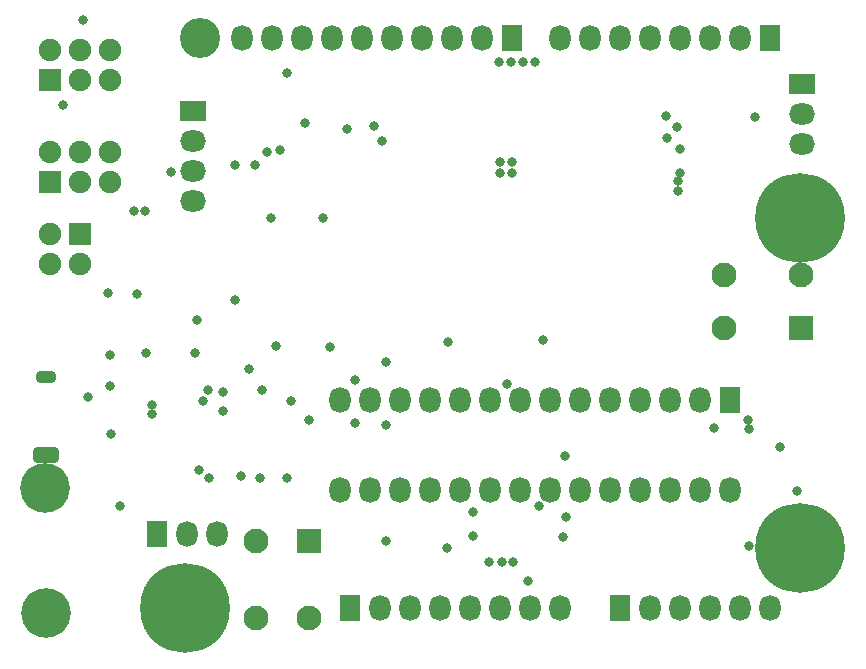
<source format=gbs>
G04*
G04 #@! TF.GenerationSoftware,Altium Limited,Altium Designer,20.1.11 (218)*
G04*
G04 Layer_Color=16711935*
%FSLAX25Y25*%
%MOIN*%
G70*
G04*
G04 #@! TF.SameCoordinates,693C8C31-8EEC-4DF3-A6D9-A21B1C167F78*
G04*
G04*
G04 #@! TF.FilePolarity,Negative*
G04*
G01*
G75*
%ADD39R,0.08268X0.08268*%
%ADD57O,0.07087X0.08661*%
%ADD58R,0.07087X0.08661*%
%ADD59R,0.07480X0.07480*%
%ADD60C,0.07480*%
%ADD61O,0.08661X0.07087*%
%ADD62R,0.08661X0.07087*%
G04:AMPARAMS|DCode=63|XSize=86.61mil|YSize=55.12mil|CornerRadius=15.75mil|HoleSize=0mil|Usage=FLASHONLY|Rotation=0.000|XOffset=0mil|YOffset=0mil|HoleType=Round|Shape=RoundedRectangle|*
%AMROUNDEDRECTD63*
21,1,0.08661,0.02362,0,0,0.0*
21,1,0.05512,0.05512,0,0,0.0*
1,1,0.03150,0.02756,-0.01181*
1,1,0.03150,-0.02756,-0.01181*
1,1,0.03150,-0.02756,0.01181*
1,1,0.03150,0.02756,0.01181*
%
%ADD63ROUNDEDRECTD63*%
%ADD64C,0.16535*%
%ADD65C,0.13386*%
%ADD66C,0.08268*%
%ADD67R,0.08268X0.08268*%
%ADD68C,0.29921*%
%ADD69C,0.03150*%
%ADD87O,0.07087X0.04331*%
D39*
X96358Y32395D02*
D03*
D57*
X180000Y10000D02*
D03*
X170000D02*
D03*
X160000D02*
D03*
X150000D02*
D03*
X140000D02*
D03*
X130000D02*
D03*
X120000D02*
D03*
X55748Y34646D02*
D03*
X65748D02*
D03*
X250000Y10000D02*
D03*
X240000D02*
D03*
X230000D02*
D03*
X220000D02*
D03*
X210000D02*
D03*
X240000Y200000D02*
D03*
X230000D02*
D03*
X220000D02*
D03*
X210000D02*
D03*
X200000D02*
D03*
X190000D02*
D03*
X180000D02*
D03*
X74000D02*
D03*
X84000D02*
D03*
X94000D02*
D03*
X104000D02*
D03*
X114000D02*
D03*
X124000D02*
D03*
X134000D02*
D03*
X144000D02*
D03*
X154000D02*
D03*
X226476Y79500D02*
D03*
X216476D02*
D03*
X206476D02*
D03*
X196476D02*
D03*
X186476D02*
D03*
X176476D02*
D03*
X166476D02*
D03*
X156476D02*
D03*
X146476D02*
D03*
X136476D02*
D03*
X126476D02*
D03*
X116476D02*
D03*
X106476D02*
D03*
X236476Y49500D02*
D03*
X226476D02*
D03*
X216476D02*
D03*
X206476D02*
D03*
X196476D02*
D03*
X186476D02*
D03*
X176476D02*
D03*
X166476D02*
D03*
X156476D02*
D03*
X146476D02*
D03*
X136476D02*
D03*
X126476D02*
D03*
X116476D02*
D03*
X106476D02*
D03*
D58*
X110000Y10000D02*
D03*
X45748Y34646D02*
D03*
X200000Y10000D02*
D03*
X250000Y200000D02*
D03*
X164000D02*
D03*
X236476Y79500D02*
D03*
D59*
X20000Y134670D02*
D03*
X10000Y152000D02*
D03*
Y186000D02*
D03*
D60*
Y124670D02*
D03*
Y134670D02*
D03*
X20000Y124670D02*
D03*
X10000Y162000D02*
D03*
X20000Y152000D02*
D03*
X30000Y162000D02*
D03*
X20000D02*
D03*
X30000Y152000D02*
D03*
Y186000D02*
D03*
X20000Y196000D02*
D03*
X30000D02*
D03*
X20000Y186000D02*
D03*
X10000Y196000D02*
D03*
D61*
X57480Y145591D02*
D03*
Y155591D02*
D03*
Y165591D02*
D03*
X260630Y174646D02*
D03*
Y164646D02*
D03*
D62*
X57480Y175591D02*
D03*
X260630Y184646D02*
D03*
D63*
X8500Y61016D02*
D03*
D64*
X8400Y50000D02*
D03*
X8600Y8500D02*
D03*
D65*
X60000Y200000D02*
D03*
D66*
X96358Y6805D02*
D03*
X78642D02*
D03*
Y32395D02*
D03*
X234547Y103347D02*
D03*
Y121063D02*
D03*
X260138D02*
D03*
D67*
Y103347D02*
D03*
D68*
X260000Y140000D02*
D03*
Y30000D02*
D03*
X55000Y10000D02*
D03*
D69*
X242717Y72638D02*
D03*
X243001Y69587D02*
D03*
X88976Y188386D02*
D03*
X167520Y192028D02*
D03*
X171457D02*
D03*
X163583D02*
D03*
X159646D02*
D03*
X163878Y154921D02*
D03*
X159941D02*
D03*
Y158858D02*
D03*
X121800Y91900D02*
D03*
X111700Y86200D02*
D03*
X163878Y158858D02*
D03*
X215158Y173917D02*
D03*
X219882Y162894D02*
D03*
X120571Y165748D02*
D03*
X117815Y170669D02*
D03*
X61024Y79035D02*
D03*
X62500Y82579D02*
D03*
X67618Y75886D02*
D03*
X219783Y155020D02*
D03*
X219193Y152264D02*
D03*
X22736Y80413D02*
D03*
X76378Y89665D02*
D03*
X96161Y72835D02*
D03*
X169390Y19094D02*
D03*
X71752Y112697D02*
D03*
X67524Y82069D02*
D03*
X90100Y79200D02*
D03*
X181600Y60800D02*
D03*
X156225Y25295D02*
D03*
X160531D02*
D03*
X164370Y25394D02*
D03*
X50394Y155512D02*
D03*
X73452Y53924D02*
D03*
X62897Y53527D02*
D03*
X38091Y142323D02*
D03*
X41732Y142421D02*
D03*
X38780Y114665D02*
D03*
X58169Y95079D02*
D03*
X243012Y30807D02*
D03*
X218898Y170374D02*
D03*
X215650Y166634D02*
D03*
X30399Y68110D02*
D03*
X71653Y157874D02*
D03*
X109055Y169685D02*
D03*
X94882Y171653D02*
D03*
X33268Y44094D02*
D03*
X231102Y70079D02*
D03*
X219291Y149213D02*
D03*
X151000Y34000D02*
D03*
X142126Y29921D02*
D03*
X122047Y32283D02*
D03*
X78347Y157677D02*
D03*
X82284Y162205D02*
D03*
X103400Y97000D02*
D03*
X181000Y33800D02*
D03*
X174400Y99400D02*
D03*
X80700Y82700D02*
D03*
X80000Y53300D02*
D03*
X89000D02*
D03*
X162200Y84600D02*
D03*
X29100Y115000D02*
D03*
X85200Y97400D02*
D03*
X59600Y56000D02*
D03*
X30062Y94262D02*
D03*
X83500Y140100D02*
D03*
X151064Y41936D02*
D03*
X14093Y177694D02*
D03*
X42000Y95000D02*
D03*
X142600Y98700D02*
D03*
X59000Y106000D02*
D03*
X101000Y140000D02*
D03*
X21000Y206000D02*
D03*
X259000Y49000D02*
D03*
X173000Y44000D02*
D03*
X30000Y84000D02*
D03*
X182000Y40400D02*
D03*
X44000Y74650D02*
D03*
Y77800D02*
D03*
X86700Y162800D02*
D03*
X253300Y63700D02*
D03*
X244800Y173800D02*
D03*
X121800Y71200D02*
D03*
X111600Y71600D02*
D03*
D87*
X8500Y87000D02*
D03*
M02*

</source>
